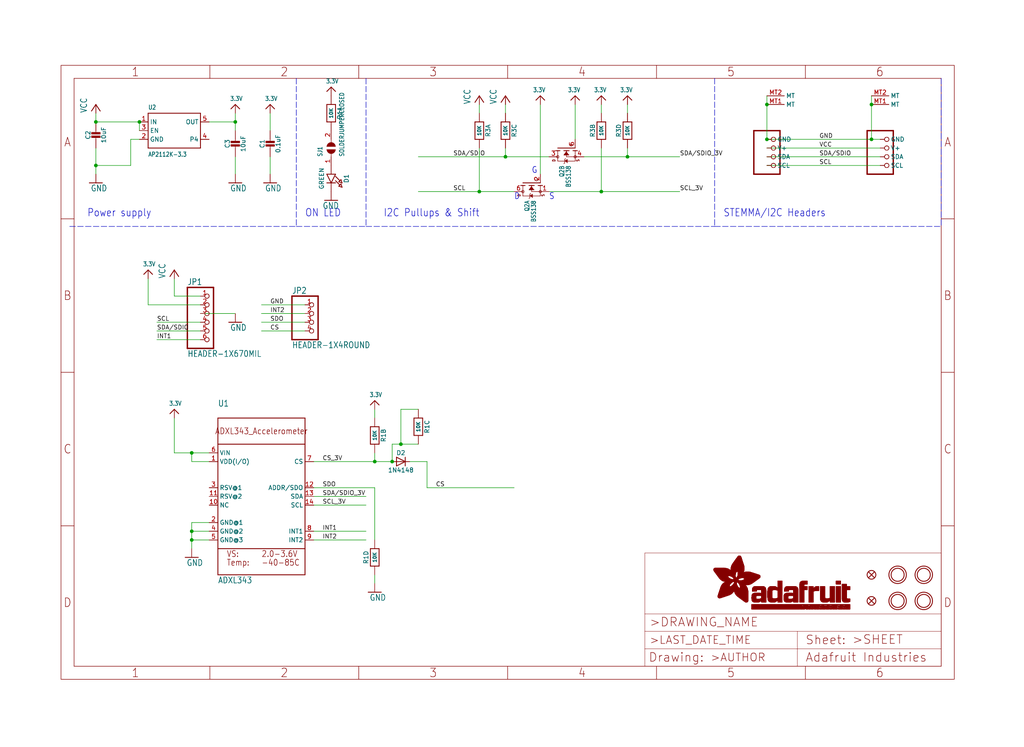
<source format=kicad_sch>
(kicad_sch (version 20211123) (generator eeschema)
  (paper "User" 298.45 217.881)
  (lib_symbols
    (symbol "schematicEagle-eagle-import:3.3V" (power)
      (property "Value" "3.3V" (at -1.524 1.016 0))
      (symbol "3.3V_1_0"
        (pin power_in line (at 0 -2.54 90) (length 2.54) (name "3.3V") (number "1"))
      )
    )
    (symbol "schematicEagle-eagle-import:ACCEL_ADXL343"
      (property "Reference" "U" (at -12.7 26.162 0))
      (property "Value" "ACCEL_ADXL343" (at -12.7 -25.4 0))
      (symbol "ACCEL_ADXL343_1_0"
        (text "-40-85C" (at 0 -20.32 0) (effects (font (size 1.778 1.5113)) (justify left bottom)))
        (text "2.0-3.6V" (at 0 -17.78 0) (effects (font (size 1.778 1.5113)) (justify left bottom)))
        (text "ADXL343_Accelerometer" (at 0 19.05 0) (effects (font (size 1.778 1.5113))))
        (text "Temp:" (at -10.16 -20.32 0) (effects (font (size 1.778 1.5113)) (justify left bottom)))
        (text "VS:" (at -10.16 -17.78 0) (effects (font (size 1.778 1.5113)) (justify left bottom)))
        (pin bidirectional line (at -15.24 10.16 0) (length 2.54) (name "VDD(I/O)") (number "1"))
        (pin bidirectional line (at -15.24 -2.54 0) (length 2.54) (name "NC") (number "10"))
        (pin bidirectional line (at -15.24 0 0) (length 2.54) (name "RSV@2") (number "11"))
        (pin bidirectional line (at 15.24 2.54 180) (length 2.54) (name "ADDR/SDO") (number "12"))
        (pin bidirectional line (at 15.24 0 180) (length 2.54) (name "SDA") (number "13"))
        (pin bidirectional line (at 15.24 -2.54 180) (length 2.54) (name "SCL") (number "14"))
        (pin bidirectional line (at -15.24 -7.62 0) (length 2.54) (name "GND@1") (number "2"))
        (pin bidirectional line (at -15.24 2.54 0) (length 2.54) (name "RSV@1") (number "3"))
        (pin bidirectional line (at -15.24 -10.16 0) (length 2.54) (name "GND@2") (number "4"))
        (pin bidirectional line (at -15.24 -12.7 0) (length 2.54) (name "GND@3") (number "5"))
        (pin bidirectional line (at -15.24 12.7 0) (length 2.54) (name "VIN") (number "6"))
        (pin bidirectional line (at 15.24 10.16 180) (length 2.54) (name "CS") (number "7"))
        (pin bidirectional line (at 15.24 -10.16 180) (length 2.54) (name "INT1") (number "8"))
        (pin bidirectional line (at 15.24 -12.7 180) (length 2.54) (name "INT2") (number "9"))
      )
    )
    (symbol "schematicEagle-eagle-import:CAP_CERAMIC0603_NO"
      (property "Reference" "C" (at -2.29 1.25 90))
      (property "Value" "CAP_CERAMIC0603_NO" (at 2.3 1.25 90))
      (symbol "CAP_CERAMIC0603_NO_1_0"
        (pin passive line (at 0 5.08 270) (length 2.54) (name "1") (number "1"))
        (pin passive line (at 0 -2.54 90) (length 2.54) (name "2") (number "2"))
      )
    )
    (symbol "schematicEagle-eagle-import:CAP_CERAMIC0805-NOOUTLINE"
      (property "Reference" "C" (at -2.29 1.25 90))
      (property "Value" "CAP_CERAMIC0805-NOOUTLINE" (at 2.3 1.25 90))
      (symbol "CAP_CERAMIC0805-NOOUTLINE_1_0"
        (pin passive line (at 0 5.08 270) (length 2.54) (name "1") (number "1"))
        (pin passive line (at 0 -2.54 90) (length 2.54) (name "2") (number "2"))
      )
    )
    (symbol "schematicEagle-eagle-import:CAP_CERAMIC_0805MP"
      (property "Reference" "C" (at -2.29 1.25 90))
      (property "Value" "CAP_CERAMIC_0805MP" (at 2.3 1.25 90))
      (symbol "CAP_CERAMIC_0805MP_1_0"
        (pin passive line (at 0 5.08 270) (length 2.54) (name "1") (number "1"))
        (pin passive line (at 0 -2.54 90) (length 2.54) (name "2") (number "2"))
      )
    )
    (symbol "schematicEagle-eagle-import:DIODESOD-323"
      (property "Reference" "D" (at 0 2.54 0))
      (property "Value" "DIODESOD-323" (at 0 -2.5 0))
      (symbol "DIODESOD-323_1_0"
        (pin passive line (at -2.54 0 0) (length 2.54) (name "A") (number "A"))
        (pin passive line (at 2.54 0 180) (length 2.54) (name "C") (number "C"))
      )
    )
    (symbol "schematicEagle-eagle-import:FIDUCIAL_1MM")
    (symbol "schematicEagle-eagle-import:FRAME_A4_ADAFRUIT"
      (symbol "FRAME_A4_ADAFRUIT_0_0"
        (text "1" (at 21.6958 1.905 0) (effects (font (size 2.54 2.286))))
        (text "1" (at 21.6958 177.165 0) (effects (font (size 2.54 2.286))))
        (text "2" (at 65.0875 1.905 0) (effects (font (size 2.54 2.286))))
        (text "2" (at 65.0875 177.165 0) (effects (font (size 2.54 2.286))))
        (text "3" (at 108.4792 1.905 0) (effects (font (size 2.54 2.286))))
        (text "3" (at 108.4792 177.165 0) (effects (font (size 2.54 2.286))))
        (text "4" (at 151.8708 1.905 0) (effects (font (size 2.54 2.286))))
        (text "4" (at 151.8708 177.165 0) (effects (font (size 2.54 2.286))))
        (text "5" (at 195.2625 1.905 0) (effects (font (size 2.54 2.286))))
        (text "5" (at 195.2625 177.165 0) (effects (font (size 2.54 2.286))))
        (text "6" (at 238.6542 1.905 0) (effects (font (size 2.54 2.286))))
        (text "6" (at 238.6542 177.165 0) (effects (font (size 2.54 2.286))))
        (text "A" (at 1.905 156.6863 0) (effects (font (size 2.54 2.286))))
        (text "A" (at 258.445 156.6863 0) (effects (font (size 2.54 2.286))))
        (text "B" (at 1.905 111.9188 0) (effects (font (size 2.54 2.286))))
        (text "B" (at 258.445 111.9188 0) (effects (font (size 2.54 2.286))))
        (text "C" (at 1.905 67.1513 0) (effects (font (size 2.54 2.286))))
        (text "C" (at 258.445 67.1513 0) (effects (font (size 2.54 2.286))))
        (text "D" (at 1.905 22.3838 0) (effects (font (size 2.54 2.286))))
        (text "D" (at 258.445 22.3838 0) (effects (font (size 2.54 2.286))))
      )
      (symbol "FRAME_A4_ADAFRUIT_1_0"
        (text ">AUTHOR" (at 189.23 5.08 0) (effects (font (size 2.286 2.286)) (justify left bottom)))
        (text ">DRAWING_NAME" (at 171.45 15.24 0) (effects (font (size 2.54 2.54)) (justify left bottom)))
        (text ">LAST_DATE_TIME" (at 171.45 10.16 0) (effects (font (size 2.286 2.286)) (justify left bottom)))
        (text ">SHEET" (at 230.505 10.16 0) (effects (font (size 2.54 2.54)) (justify left bottom)))
        (text "Adafruit Industries" (at 216.916 4.953 0) (effects (font (size 2.54 2.54)) (justify left bottom)))
        (text "Drawing:" (at 171.196 4.953 0) (effects (font (size 2.54 2.54)) (justify left bottom)))
        (text "Sheet:" (at 216.916 10.033 0) (effects (font (size 2.54 2.54)) (justify left bottom)))
      )
    )
    (symbol "schematicEagle-eagle-import:GND" (power)
      (property "Value" "GND" (at -2.54 -2.54 0))
      (symbol "GND_1_0"
        (pin power_in line (at 0 2.54 270) (length 2.54) (name "GND") (number "1"))
      )
    )
    (symbol "schematicEagle-eagle-import:HEADER-1X4ROUND"
      (property "Reference" "JP" (at -6.35 8.255 0))
      (property "Value" "HEADER-1X4ROUND" (at -6.35 -7.62 0))
      (symbol "HEADER-1X4ROUND_1_0"
        (pin passive inverted (at -2.54 5.08 0) (length 2.54) (name "1") (number "1"))
        (pin passive inverted (at -2.54 2.54 0) (length 2.54) (name "2") (number "2"))
        (pin passive inverted (at -2.54 0 0) (length 2.54) (name "3") (number "3"))
        (pin passive inverted (at -2.54 -2.54 0) (length 2.54) (name "4") (number "4"))
      )
    )
    (symbol "schematicEagle-eagle-import:HEADER-1X670MIL"
      (property "Reference" "JP" (at -6.35 10.795 0))
      (property "Value" "HEADER-1X670MIL" (at -6.35 -10.16 0))
      (symbol "HEADER-1X670MIL_1_0"
        (pin passive inverted (at -2.54 7.62 0) (length 2.54) (name "1") (number "1"))
        (pin passive inverted (at -2.54 5.08 0) (length 2.54) (name "2") (number "2"))
        (pin passive inverted (at -2.54 2.54 0) (length 2.54) (name "3") (number "3"))
        (pin passive inverted (at -2.54 0 0) (length 2.54) (name "4") (number "4"))
        (pin passive inverted (at -2.54 -2.54 0) (length 2.54) (name "5") (number "5"))
        (pin passive inverted (at -2.54 -5.08 0) (length 2.54) (name "6") (number "6"))
      )
    )
    (symbol "schematicEagle-eagle-import:LED0603_NOOUTLINE"
      (property "Reference" "D" (at -1.27 4.445 0))
      (property "Value" "LED0603_NOOUTLINE" (at -1.27 -2.794 0))
      (symbol "LED0603_NOOUTLINE_1_0"
        (pin passive line (at -5.08 0 0) (length 2.54) (name "A") (number "A"))
        (pin passive line (at 2.54 0 180) (length 2.54) (name "C") (number "C"))
      )
    )
    (symbol "schematicEagle-eagle-import:MOSFET-N_DUAL"
      (property "Reference" "Q" (at 5.08 0.635 0))
      (property "Value" "MOSFET-N_DUAL" (at 5.08 -1.27 0))
      (symbol "MOSFET-N_DUAL_1_0"
        (text "D" (at 3.175 3.175 0) (effects (font (size 0.8128 0.6908)) (justify left bottom)))
        (text "G" (at -1.27 -1.905 0) (effects (font (size 0.8128 0.6908)) (justify left bottom)))
        (text "S" (at 3.175 -3.81 0) (effects (font (size 0.8128 0.6908)) (justify left bottom)))
        (pin bidirectional line (at 2.54 -5.08 90) (length 2.54) (name "S") (number "1"))
        (pin bidirectional line (at -2.54 -2.54 0) (length 2.54) (name "G") (number "2"))
        (pin bidirectional line (at 2.54 5.08 270) (length 2.54) (name "D") (number "6"))
      )
      (symbol "MOSFET-N_DUAL_2_0"
        (text "D" (at 3.175 3.175 0) (effects (font (size 0.8128 0.6908)) (justify left bottom)))
        (text "G" (at -1.27 -1.905 0) (effects (font (size 0.8128 0.6908)) (justify left bottom)))
        (text "S" (at 3.175 -3.81 0) (effects (font (size 0.8128 0.6908)) (justify left bottom)))
        (pin bidirectional line (at 2.54 5.08 270) (length 2.54) (name "D") (number "3"))
        (pin bidirectional line (at 2.54 -5.08 90) (length 2.54) (name "S") (number "4"))
        (pin bidirectional line (at -2.54 -2.54 0) (length 2.54) (name "G") (number "5"))
      )
    )
    (symbol "schematicEagle-eagle-import:MOUNTINGHOLE2.5")
    (symbol "schematicEagle-eagle-import:RESISTOR_4PACK"
      (property "Reference" "R" (at 0 2.54 0))
      (property "Value" "RESISTOR_4PACK" (at 0 0 0))
      (symbol "RESISTOR_4PACK_1_0"
        (pin passive line (at -5.08 0 0) (length 2.54) (name "1") (number "1"))
        (pin passive line (at 5.08 0 180) (length 2.54) (name "2") (number "8"))
      )
      (symbol "RESISTOR_4PACK_2_0"
        (pin passive line (at -5.08 0 0) (length 2.54) (name "1") (number "2"))
        (pin passive line (at 5.08 0 180) (length 2.54) (name "2") (number "7"))
      )
      (symbol "RESISTOR_4PACK_3_0"
        (pin passive line (at -5.08 0 0) (length 2.54) (name "1") (number "3"))
        (pin passive line (at 5.08 0 180) (length 2.54) (name "2") (number "6"))
      )
      (symbol "RESISTOR_4PACK_4_0"
        (pin passive line (at -5.08 0 0) (length 2.54) (name "1") (number "4"))
        (pin passive line (at 5.08 0 180) (length 2.54) (name "2") (number "5"))
      )
    )
    (symbol "schematicEagle-eagle-import:SOLDERJUMPERCLOSED"
      (property "Reference" "SJ" (at -2.54 2.54 0))
      (property "Value" "SOLDERJUMPERCLOSED" (at -2.54 -3.81 0))
      (symbol "SOLDERJUMPERCLOSED_1_0"
        (pin passive line (at -5.08 0 0) (length 2.54) (name "1") (number "1"))
        (pin passive line (at 5.08 0 180) (length 2.54) (name "2") (number "2"))
      )
    )
    (symbol "schematicEagle-eagle-import:STEMMA_I2C_QT"
      (symbol "STEMMA_I2C_QT_1_0"
        (pin passive inverted (at 0 5.08 0) (length 2.54) (name "GND") (number "1"))
        (pin passive inverted (at 0 2.54 0) (length 2.54) (name "V+") (number "2"))
        (pin passive inverted (at 0 0 0) (length 2.54) (name "SDA") (number "3"))
        (pin passive inverted (at 0 -2.54 0) (length 2.54) (name "SCL") (number "4"))
      )
      (symbol "STEMMA_I2C_QT_2_0"
        (pin bidirectional line (at 0 0 0) (length 5.08) (name "MT") (number "MT1"))
      )
      (symbol "STEMMA_I2C_QT_3_0"
        (pin bidirectional line (at 0 0 0) (length 5.08) (name "MT") (number "MT2"))
      )
    )
    (symbol "schematicEagle-eagle-import:VCC" (power)
      (property "Value" "VCC" (at -2.54 -2.54 90))
      (symbol "VCC_1_0"
        (pin power_in line (at 0 -2.54 90) (length 2.54) (name "VCC") (number "1"))
      )
    )
    (symbol "schematicEagle-eagle-import:VREG_SOT23-5"
      (property "Reference" "U" (at -7.62 6.096 0))
      (property "Value" "VREG_SOT23-5" (at -7.62 -7.62 0))
      (symbol "VREG_SOT23-5_1_0"
        (pin power_in line (at -10.16 2.54 0) (length 2.54) (name "IN") (number "1"))
        (pin power_in line (at -10.16 -2.54 0) (length 2.54) (name "GND") (number "2"))
        (pin input line (at -10.16 0 0) (length 2.54) (name "EN") (number "3"))
        (pin bidirectional line (at 10.16 -2.54 180) (length 2.54) (name "P4") (number "4"))
        (pin power_in line (at 10.16 2.54 180) (length 2.54) (name "OUT") (number "5"))
      )
    )
  )
  (junction (at 40.64 35.56))
  (junction (at 147.32 45.72))
  (junction (at 175.26 55.88))
  (junction (at 114.3 134.62))
  (junction (at 116.84 129.54))
  (junction (at 223.52 40.64))
  (junction (at 68.58 35.56))
  (junction (at 254 40.64))
  (junction (at 55.88 132.08))
  (junction (at 139.7 55.88))
  (junction (at 55.88 157.48))
  (junction (at 254 30.48))
  (junction (at 27.94 35.56))
  (junction (at 223.52 30.48))
  (junction (at 109.22 134.62))
  (junction (at 182.88 45.72))
  (junction (at 55.88 154.94))
  (junction (at 27.94 48.26))
  (polyline (pts (xy 208.28 22.86) (xy 208.28 66.04)))
  (wire (pts (xy 60.96 35.56) (xy 68.58 35.56)))
  (wire (pts (xy 55.88 132.08) (xy 60.96 132.08)))
  (wire (pts (xy 55.88 152.4) (xy 55.88 154.94)))
  (wire (pts (xy 147.32 45.72) (xy 121.92 45.72)))
  (wire (pts (xy 182.88 33.02) (xy 182.88 30.48)))
  (polyline (pts (xy 20.32 66.04) (xy 86.36 66.04)))
  (wire (pts (xy 223.52 48.26) (xy 256.54 48.26)))
  (wire (pts (xy 182.88 43.18) (xy 182.88 45.72)))
  (wire (pts (xy 50.8 86.36) (xy 50.8 81.28)))
  (wire (pts (xy 114.3 129.54) (xy 116.84 129.54)))
  (wire (pts (xy 91.44 157.48) (xy 106.68 157.48)))
  (wire (pts (xy 58.42 91.44) (xy 68.58 91.44)))
  (polyline (pts (xy 106.68 22.86) (xy 106.68 66.04)))
  (wire (pts (xy 91.44 142.24) (xy 109.22 142.24)))
  (wire (pts (xy 78.74 45.72) (xy 78.74 50.8)))
  (wire (pts (xy 109.22 142.24) (xy 109.22 157.48)))
  (wire (pts (xy 254 30.48) (xy 254 40.64)))
  (wire (pts (xy 38.1 48.26) (xy 27.94 48.26)))
  (wire (pts (xy 147.32 43.18) (xy 147.32 45.72)))
  (wire (pts (xy 50.8 132.08) (xy 50.8 121.92)))
  (wire (pts (xy 139.7 30.48) (xy 139.7 33.02)))
  (wire (pts (xy 256.54 40.64) (xy 254 40.64)))
  (wire (pts (xy 149.86 55.88) (xy 139.7 55.88)))
  (wire (pts (xy 223.52 27.94) (xy 223.52 30.48)))
  (wire (pts (xy 160.02 45.72) (xy 147.32 45.72)))
  (wire (pts (xy 27.94 48.26) (xy 27.94 50.8)))
  (wire (pts (xy 58.42 96.52) (xy 45.72 96.52)))
  (wire (pts (xy 254 40.64) (xy 223.52 40.64)))
  (wire (pts (xy 167.64 40.64) (xy 167.64 30.48)))
  (wire (pts (xy 43.18 88.9) (xy 43.18 81.28)))
  (wire (pts (xy 50.8 132.08) (xy 55.88 132.08)))
  (wire (pts (xy 116.84 119.38) (xy 116.84 129.54)))
  (wire (pts (xy 254 27.94) (xy 254 30.48)))
  (wire (pts (xy 55.88 157.48) (xy 55.88 160.02)))
  (wire (pts (xy 175.26 33.02) (xy 175.26 30.48)))
  (wire (pts (xy 160.02 55.88) (xy 175.26 55.88)))
  (wire (pts (xy 91.44 144.78) (xy 106.68 144.78)))
  (wire (pts (xy 60.96 154.94) (xy 55.88 154.94)))
  (wire (pts (xy 68.58 35.56) (xy 68.58 38.1)))
  (polyline (pts (xy 274.32 22.86) (xy 274.32 66.04)))
  (wire (pts (xy 91.44 154.94) (xy 106.68 154.94)))
  (wire (pts (xy 109.22 134.62) (xy 109.22 132.08)))
  (wire (pts (xy 68.58 35.56) (xy 68.58 33.02)))
  (wire (pts (xy 109.22 167.64) (xy 109.22 170.18)))
  (wire (pts (xy 40.64 35.56) (xy 27.94 35.56)))
  (wire (pts (xy 27.94 48.26) (xy 27.94 43.18)))
  (wire (pts (xy 88.9 93.98) (xy 76.2 93.98)))
  (wire (pts (xy 170.18 45.72) (xy 182.88 45.72)))
  (wire (pts (xy 223.52 43.18) (xy 256.54 43.18)))
  (wire (pts (xy 175.26 43.18) (xy 175.26 55.88)))
  (wire (pts (xy 60.96 157.48) (xy 55.88 157.48)))
  (wire (pts (xy 58.42 99.06) (xy 45.72 99.06)))
  (wire (pts (xy 68.58 45.72) (xy 68.58 50.8)))
  (wire (pts (xy 114.3 134.62) (xy 114.3 129.54)))
  (wire (pts (xy 256.54 45.72) (xy 223.52 45.72)))
  (wire (pts (xy 109.22 134.62) (xy 114.3 134.62)))
  (wire (pts (xy 60.96 152.4) (xy 55.88 152.4)))
  (wire (pts (xy 40.64 40.64) (xy 38.1 40.64)))
  (wire (pts (xy 124.46 142.24) (xy 149.86 142.24)))
  (wire (pts (xy 88.9 88.9) (xy 76.2 88.9)))
  (wire (pts (xy 55.88 154.94) (xy 55.88 157.48)))
  (wire (pts (xy 124.46 134.62) (xy 119.38 134.62)))
  (wire (pts (xy 38.1 40.64) (xy 38.1 48.26)))
  (polyline (pts (xy 106.68 66.04) (xy 208.28 66.04)))
  (polyline (pts (xy 86.36 22.86) (xy 86.36 66.04)))
  (wire (pts (xy 175.26 55.88) (xy 198.12 55.88)))
  (wire (pts (xy 58.42 93.98) (xy 45.72 93.98)))
  (wire (pts (xy 109.22 119.38) (xy 109.22 121.92)))
  (wire (pts (xy 60.96 134.62) (xy 55.88 134.62)))
  (wire (pts (xy 76.2 91.44) (xy 88.9 91.44)))
  (polyline (pts (xy 208.28 66.04) (xy 274.32 66.04)))
  (wire (pts (xy 223.52 30.48) (xy 223.52 40.64)))
  (wire (pts (xy 78.74 33.02) (xy 78.74 38.1)))
  (wire (pts (xy 157.48 50.8) (xy 157.48 30.48)))
  (wire (pts (xy 40.64 38.1) (xy 40.64 35.56)))
  (wire (pts (xy 109.22 134.62) (xy 91.44 134.62)))
  (polyline (pts (xy 86.36 66.04) (xy 106.68 66.04)))
  (wire (pts (xy 182.88 45.72) (xy 198.12 45.72)))
  (wire (pts (xy 121.92 119.38) (xy 116.84 119.38)))
  (wire (pts (xy 58.42 88.9) (xy 43.18 88.9)))
  (wire (pts (xy 139.7 55.88) (xy 121.92 55.88)))
  (wire (pts (xy 116.84 129.54) (xy 121.92 129.54)))
  (wire (pts (xy 88.9 96.52) (xy 76.2 96.52)))
  (wire (pts (xy 124.46 134.62) (xy 124.46 142.24)))
  (wire (pts (xy 58.42 86.36) (xy 50.8 86.36)))
  (wire (pts (xy 27.94 33.02) (xy 27.94 35.56)))
  (wire (pts (xy 147.32 33.02) (xy 147.32 30.48)))
  (wire (pts (xy 91.44 147.32) (xy 106.68 147.32)))
  (wire (pts (xy 139.7 43.18) (xy 139.7 55.88)))
  (wire (pts (xy 55.88 134.62) (xy 55.88 132.08)))
  (text "STEMMA/I2C Headers" (at 210.82 63.5 180) (effects (font (size 2.1844 1.8567)) (justify left bottom)))
  (text "I2C Pullups & Shift" (at 111.76 63.5 180) (effects (font (size 2.1844 1.8567)) (justify left bottom)))
  (text "D" (at 149.86 58.42 180) (effects (font (size 1.778 1.5113)) (justify left bottom)))
  (text "S" (at 160.02 58.42 180) (effects (font (size 1.778 1.5113)) (justify left bottom)))
  (text "ON LED" (at 88.9 63.5 180) (effects (font (size 2.1844 1.8567)) (justify left bottom)))
  (text "Power supply" (at 25.4 63.5 180) (effects (font (size 2.1844 1.8567)) (justify left bottom)))
  (text "G" (at 154.94 50.8 180) (effects (font (size 1.778 1.5113)) (justify left bottom)))
  (label "INT2" (at 78.74 91.44 0) (effects (font (size 1.2446 1.2446))))
  (label "SDO" (at 78.74 93.98 0) (effects (font (size 1.2446 1.2446))))
  (label "SCL_3V" (at 198.12 55.88 0) (effects (font (size 1.2446 1.2446))))
  (label "INT1" (at 45.72 99.06 0) (effects (font (size 1.2446 1.2446))))
  (label "VCC" (at 238.76 43.18 0) (effects (font (size 1.2446 1.2446))))
  (label "INT1" (at 93.98 154.94 0) (effects (font (size 1.2446 1.2446))))
  (label "SCL" (at 45.72 93.98 0) (effects (font (size 1.2446 1.2446))))
  (label "SDO" (at 93.98 142.24 0) (effects (font (size 1.2446 1.2446))))
  (label "SDA/SDIO" (at 238.76 45.72 0) (effects (font (size 1.2446 1.2446))))
  (label "GND" (at 238.76 40.64 0) (effects (font (size 1.2446 1.2446))))
  (label "SDA/SDIO" (at 132.08 45.72 0) (effects (font (size 1.2446 1.2446))))
  (label "CS" (at 78.74 96.52 0) (effects (font (size 1.2446 1.2446))))
  (label "SDA/SDIO_3V" (at 198.12 45.72 0) (effects (font (size 1.2446 1.2446))))
  (label "GND" (at 78.74 88.9 0) (effects (font (size 1.2446 1.2446))))
  (label "CS_3V" (at 93.98 134.62 0) (effects (font (size 1.2446 1.2446))))
  (label "SCL" (at 238.76 48.26 0) (effects (font (size 1.2446 1.2446))))
  (label "SCL_3V" (at 93.98 147.32 0) (effects (font (size 1.2446 1.2446))))
  (label "SCL" (at 132.08 55.88 0) (effects (font (size 1.2446 1.2446))))
  (label "INT2" (at 93.98 157.48 0) (effects (font (size 1.2446 1.2446))))
  (label "SDA/SDIO" (at 45.72 96.52 0) (effects (font (size 1.2446 1.2446))))
  (label "SDA/SDIO_3V" (at 93.98 144.78 0) (effects (font (size 1.2446 1.2446))))
  (label "CS" (at 127 142.24 0) (effects (font (size 1.2446 1.2446))))
  (symbol (lib_id "schematicEagle-eagle-import:MOUNTINGHOLE2.5") (at 261.62 167.64 0) (unit 1)
    (property "Reference" "U$17" (effects hide))
    (property "Value" "MOUNTINGHOLE2.5" (effects hide))
    (property "Footprint" "schematicEagle:MOUNTINGHOLE_2.5_PLATED" (effects hide))
  )
  (symbol (lib_id "schematicEagle-eagle-import:3.3V") (at 43.18 78.74 0) (unit 1)
    (property "Reference" "#U$16" (effects hide))
    (property "Value" "3.3V" (at 41.656 77.724 0) (effects (font (size 1.27 1.0795)) (justify left bottom)))
    (property "Footprint" "schematicEagle:" (effects hide))
  )
  (symbol (lib_id "schematicEagle-eagle-import:VCC") (at 27.94 30.48 0) (unit 1)
    (property "Reference" "#P+3" (effects hide))
    (property "Value" "VCC" (at 25.4 33.02 90) (effects (font (size 1.778 1.5113)) (justify left bottom)))
    (property "Footprint" "schematicEagle:" (effects hide))
  )
  (symbol (lib_id "schematicEagle-eagle-import:RESISTOR_4PACK") (at 96.52 33.02 270) (unit 1)
    (property "Reference" "R1" (at 99.06 33.02 0))
    (property "Value" "10K" (at 96.52 33.02 0) (effects (font (size 1.016 1.016) bold)))
    (property "Footprint" "schematicEagle:RESPACK_4X0603" (effects hide))
  )
  (symbol (lib_id "schematicEagle-eagle-import:STEMMA_I2C_QT") (at 223.52 30.48 0) (unit 2)
    (property "Reference" "CONN3" (effects hide))
    (property "Value" "STEMMA_I2C_QT" (effects hide))
    (property "Footprint" "schematicEagle:JST_SH4" (effects hide))
  )
  (symbol (lib_id "schematicEagle-eagle-import:VCC") (at 50.8 78.74 0) (unit 1)
    (property "Reference" "#P+4" (effects hide))
    (property "Value" "VCC" (at 48.26 81.28 90) (effects (font (size 1.778 1.5113)) (justify left bottom)))
    (property "Footprint" "schematicEagle:" (effects hide))
  )
  (symbol (lib_id "schematicEagle-eagle-import:HEADER-1X4ROUND") (at 91.44 93.98 0) (unit 1)
    (property "Reference" "JP2" (at 85.09 85.725 0) (effects (font (size 1.778 1.5113)) (justify left bottom)))
    (property "Value" "HEADER-1X4ROUND" (at 85.09 101.6 0) (effects (font (size 1.778 1.5113)) (justify left bottom)))
    (property "Footprint" "schematicEagle:1X04_ROUND" (effects hide))
  )
  (symbol (lib_id "schematicEagle-eagle-import:HEADER-1X670MIL") (at 60.96 93.98 0) (unit 1)
    (property "Reference" "JP1" (at 54.61 83.185 0) (effects (font (size 1.778 1.5113)) (justify left bottom)))
    (property "Value" "HEADER-1X670MIL" (at 54.61 104.14 0) (effects (font (size 1.778 1.5113)) (justify left bottom)))
    (property "Footprint" "schematicEagle:1X06_ROUND_70" (effects hide))
  )
  (symbol (lib_id "schematicEagle-eagle-import:CAP_CERAMIC0603_NO") (at 78.74 43.18 0) (unit 1)
    (property "Reference" "C1" (at 76.45 41.93 90))
    (property "Value" "0.1uF" (at 81.04 41.93 90))
    (property "Footprint" "schematicEagle:0603-NO" (effects hide))
  )
  (symbol (lib_id "schematicEagle-eagle-import:MOSFET-N_DUAL") (at 165.1 43.18 90) (mirror x) (unit 2)
    (property "Reference" "Q2" (at 164.465 48.26 0) (effects (font (size 1.27 1.0795)) (justify left bottom)))
    (property "Value" "BSS138" (at 166.37 48.26 0) (effects (font (size 1.27 1.0795)) (justify left bottom)))
    (property "Footprint" "schematicEagle:SOT363" (effects hide))
  )
  (symbol (lib_id "schematicEagle-eagle-import:VCC") (at 139.7 27.94 0) (unit 1)
    (property "Reference" "#P+1" (effects hide))
    (property "Value" "VCC" (at 137.16 30.48 90) (effects (font (size 1.778 1.5113)) (justify left bottom)))
    (property "Footprint" "schematicEagle:" (effects hide))
  )
  (symbol (lib_id "schematicEagle-eagle-import:RESISTOR_4PACK") (at 109.22 162.56 90) (unit 4)
    (property "Reference" "R1" (at 106.68 162.56 0))
    (property "Value" "10K" (at 109.22 162.56 0) (effects (font (size 1.016 1.016) bold)))
    (property "Footprint" "schematicEagle:RESPACK_4X0603" (effects hide))
  )
  (symbol (lib_id "schematicEagle-eagle-import:VREG_SOT23-5") (at 50.8 38.1 0) (unit 1)
    (property "Reference" "U2" (at 43.18 32.004 0) (effects (font (size 1.27 1.0795)) (justify left bottom)))
    (property "Value" "AP2112K-3.3" (at 43.18 45.72 0) (effects (font (size 1.27 1.0795)) (justify left bottom)))
    (property "Footprint" "schematicEagle:SOT23-5" (effects hide))
  )
  (symbol (lib_id "schematicEagle-eagle-import:DIODESOD-323") (at 116.84 134.62 0) (unit 1)
    (property "Reference" "D2" (at 116.84 132.08 0))
    (property "Value" "1N4148" (at 116.84 137.12 0))
    (property "Footprint" "schematicEagle:SOD-323" (effects hide))
  )
  (symbol (lib_id "schematicEagle-eagle-import:GND") (at 78.74 53.34 0) (unit 1)
    (property "Reference" "#U$6" (effects hide))
    (property "Value" "GND" (at 77.216 55.88 0) (effects (font (size 1.778 1.5113)) (justify left bottom)))
    (property "Footprint" "schematicEagle:" (effects hide))
  )
  (symbol (lib_id "schematicEagle-eagle-import:RESISTOR_4PACK") (at 139.7 38.1 270) (unit 1)
    (property "Reference" "R3" (at 142.24 38.1 0))
    (property "Value" "10K" (at 139.7 38.1 0) (effects (font (size 1.016 1.016) bold)))
    (property "Footprint" "schematicEagle:RESPACK_4X0603" (effects hide))
  )
  (symbol (lib_id "schematicEagle-eagle-import:3.3V") (at 78.74 30.48 0) (unit 1)
    (property "Reference" "#U$14" (effects hide))
    (property "Value" "3.3V" (at 77.216 29.464 0) (effects (font (size 1.27 1.0795)) (justify left bottom)))
    (property "Footprint" "schematicEagle:" (effects hide))
  )
  (symbol (lib_id "schematicEagle-eagle-import:3.3V") (at 182.88 27.94 0) (mirror y) (unit 1)
    (property "Reference" "#U$7" (effects hide))
    (property "Value" "3.3V" (at 184.404 26.924 0) (effects (font (size 1.27 1.0795)) (justify left bottom)))
    (property "Footprint" "schematicEagle:" (effects hide))
  )
  (symbol (lib_id "schematicEagle-eagle-import:FRAME_A4_ADAFRUIT") (at 17.78 198.12 0) (unit 1)
    (property "Reference" "#U$18" (effects hide))
    (property "Value" "FRAME_A4_ADAFRUIT" (effects hide))
    (property "Footprint" "schematicEagle:" (effects hide))
  )
  (symbol (lib_id "schematicEagle-eagle-import:LED0603_NOOUTLINE") (at 96.52 53.34 270) (unit 1)
    (property "Reference" "D1" (at 100.965 52.07 0))
    (property "Value" "GREEN" (at 93.726 52.07 0))
    (property "Footprint" "schematicEagle:CHIPLED_0603_NOOUTLINE" (effects hide))
  )
  (symbol (lib_id "schematicEagle-eagle-import:STEMMA_I2C_QT") (at 254 27.94 0) (unit 3)
    (property "Reference" "CONN4" (effects hide))
    (property "Value" "STEMMA_I2C_QT" (effects hide))
    (property "Footprint" "schematicEagle:JST_SH4" (effects hide))
  )
  (symbol (lib_id "schematicEagle-eagle-import:MOSFET-N_DUAL") (at 154.94 53.34 90) (mirror x) (unit 1)
    (property "Reference" "Q2" (at 154.305 58.42 0) (effects (font (size 1.27 1.0795)) (justify left bottom)))
    (property "Value" "BSS138" (at 156.21 58.42 0) (effects (font (size 1.27 1.0795)) (justify left bottom)))
    (property "Footprint" "schematicEagle:SOT363" (effects hide))
  )
  (symbol (lib_id "schematicEagle-eagle-import:3.3V") (at 109.22 116.84 0) (unit 1)
    (property "Reference" "#U$12" (effects hide))
    (property "Value" "3.3V" (at 107.696 115.824 0) (effects (font (size 1.27 1.0795)) (justify left bottom)))
    (property "Footprint" "schematicEagle:" (effects hide))
  )
  (symbol (lib_id "schematicEagle-eagle-import:RESISTOR_4PACK") (at 121.92 124.46 270) (unit 3)
    (property "Reference" "R1" (at 124.46 124.46 0))
    (property "Value" "10K" (at 121.92 124.46 0) (effects (font (size 1.016 1.016) bold)))
    (property "Footprint" "schematicEagle:RESPACK_4X0603" (effects hide))
  )
  (symbol (lib_id "schematicEagle-eagle-import:CAP_CERAMIC0805-NOOUTLINE") (at 68.58 43.18 0) (unit 1)
    (property "Reference" "C3" (at 66.29 41.93 90))
    (property "Value" "10uF" (at 70.88 41.93 90))
    (property "Footprint" "schematicEagle:0805-NO" (effects hide))
  )
  (symbol (lib_id "schematicEagle-eagle-import:CAP_CERAMIC_0805MP") (at 27.94 40.64 0) (unit 1)
    (property "Reference" "C2" (at 25.65 39.39 90))
    (property "Value" "10uF" (at 30.24 39.39 90))
    (property "Footprint" "schematicEagle:_0805MP" (effects hide))
  )
  (symbol (lib_id "schematicEagle-eagle-import:RESISTOR_4PACK") (at 182.88 38.1 90) (mirror x) (unit 4)
    (property "Reference" "R3" (at 180.34 38.1 0))
    (property "Value" "10K" (at 182.88 38.1 0) (effects (font (size 1.016 1.016) bold)))
    (property "Footprint" "schematicEagle:RESPACK_4X0603" (effects hide))
  )
  (symbol (lib_id "schematicEagle-eagle-import:GND") (at 55.88 162.56 0) (unit 1)
    (property "Reference" "#U$2" (effects hide))
    (property "Value" "GND" (at 54.356 165.1 0) (effects (font (size 1.778 1.5113)) (justify left bottom)))
    (property "Footprint" "schematicEagle:" (effects hide))
  )
  (symbol (lib_id "schematicEagle-eagle-import:GND") (at 109.22 172.72 0) (unit 1)
    (property "Reference" "#U$8" (effects hide))
    (property "Value" "GND" (at 107.696 175.26 0) (effects (font (size 1.778 1.5113)) (justify left bottom)))
    (property "Footprint" "schematicEagle:" (effects hide))
  )
  (symbol (lib_id "schematicEagle-eagle-import:STEMMA_I2C_QT") (at 223.52 27.94 0) (unit 3)
    (property "Reference" "CONN3" (effects hide))
    (property "Value" "STEMMA_I2C_QT" (effects hide))
    (property "Footprint" "schematicEagle:JST_SH4" (effects hide))
  )
  (symbol (lib_id "schematicEagle-eagle-import:GND") (at 68.58 93.98 0) (unit 1)
    (property "Reference" "#U$10" (effects hide))
    (property "Value" "GND" (at 67.056 96.52 0) (effects (font (size 1.778 1.5113)) (justify left bottom)))
    (property "Footprint" "schematicEagle:" (effects hide))
  )
  (symbol (lib_id "schematicEagle-eagle-import:GND") (at 96.52 58.42 0) (unit 1)
    (property "Reference" "#GND6" (effects hide))
    (property "Value" "GND" (at 93.98 60.96 0) (effects (font (size 1.778 1.5113)) (justify left bottom)))
    (property "Footprint" "schematicEagle:" (effects hide))
  )
  (symbol (lib_id "schematicEagle-eagle-import:STEMMA_I2C_QT") (at 223.52 45.72 0) (unit 1)
    (property "Reference" "CONN3" (effects hide))
    (property "Value" "STEMMA_I2C_QT" (effects hide))
    (property "Footprint" "schematicEagle:JST_SH4" (effects hide))
  )
  (symbol (lib_id "schematicEagle-eagle-import:SOLDERJUMPERCLOSED") (at 96.52 43.18 90) (unit 1)
    (property "Reference" "SJ1" (at 93.98 45.72 0) (effects (font (size 1.27 1.0795)) (justify left bottom)))
    (property "Value" "SOLDERJUMPERCLOSED" (at 100.33 45.72 0) (effects (font (size 1.27 1.0795)) (justify left bottom)))
    (property "Footprint" "schematicEagle:SOLDERJUMPER_CLOSEDWIRE" (effects hide))
  )
  (symbol (lib_id "schematicEagle-eagle-import:STEMMA_I2C_QT") (at 254 30.48 0) (unit 2)
    (property "Reference" "CONN4" (effects hide))
    (property "Value" "STEMMA_I2C_QT" (effects hide))
    (property "Footprint" "schematicEagle:JST_SH4" (effects hide))
  )
  (symbol (lib_id "schematicEagle-eagle-import:3.3V") (at 96.52 25.4 0) (unit 1)
    (property "Reference" "#U$3" (effects hide))
    (property "Value" "3.3V" (at 94.996 24.384 0) (effects (font (size 1.27 1.0795)) (justify left bottom)))
    (property "Footprint" "schematicEagle:" (effects hide))
  )
  (symbol (lib_id "schematicEagle-eagle-import:3.3V") (at 167.64 27.94 0) (mirror y) (unit 1)
    (property "Reference" "#U$23" (effects hide))
    (property "Value" "3.3V" (at 169.164 26.924 0) (effects (font (size 1.27 1.0795)) (justify left bottom)))
    (property "Footprint" "schematicEagle:" (effects hide))
  )
  (symbol (lib_id "schematicEagle-eagle-import:GND") (at 27.94 53.34 0) (unit 1)
    (property "Reference" "#U$13" (effects hide))
    (property "Value" "GND" (at 26.416 55.88 0) (effects (font (size 1.778 1.5113)) (justify left bottom)))
    (property "Footprint" "schematicEagle:" (effects hide))
  )
  (symbol (lib_id "schematicEagle-eagle-import:RESISTOR_4PACK") (at 147.32 38.1 270) (unit 3)
    (property "Reference" "R3" (at 149.86 38.1 0))
    (property "Value" "10K" (at 147.32 38.1 0) (effects (font (size 1.016 1.016) bold)))
    (property "Footprint" "schematicEagle:RESPACK_4X0603" (effects hide))
  )
  (symbol (lib_id "schematicEagle-eagle-import:3.3V") (at 68.58 30.48 0) (unit 1)
    (property "Reference" "#U$15" (effects hide))
    (property "Value" "3.3V" (at 67.056 29.464 0) (effects (font (size 1.27 1.0795)) (justify left bottom)))
    (property "Footprint" "schematicEagle:" (effects hide))
  )
  (symbol (lib_id "schematicEagle-eagle-import:RESISTOR_4PACK") (at 109.22 127 270) (unit 2)
    (property "Reference" "R1" (at 111.76 127 0))
    (property "Value" "10K" (at 109.22 127 0) (effects (font (size 1.016 1.016) bold)))
    (property "Footprint" "schematicEagle:RESPACK_4X0603" (effects hide))
  )
  (symbol (lib_id "schematicEagle-eagle-import:MOUNTINGHOLE2.5") (at 269.24 175.26 0) (unit 1)
    (property "Reference" "U$21" (effects hide))
    (property "Value" "MOUNTINGHOLE2.5" (effects hide))
    (property "Footprint" "schematicEagle:MOUNTINGHOLE_2.5_PLATED" (effects hide))
  )
  (symbol (lib_id "schematicEagle-eagle-import:VCC") (at 147.32 27.94 0) (unit 1)
    (property "Reference" "#P+2" (effects hide))
    (property "Value" "VCC" (at 144.78 30.48 90) (effects (font (size 1.778 1.5113)) (justify left bottom)))
    (property "Footprint" "schematicEagle:" (effects hide))
  )
  (symbol (lib_id "schematicEagle-eagle-import:ACCEL_ADXL343") (at 76.2 144.78 0) (unit 1)
    (property "Reference" "U1" (at 63.5 118.618 0) (effects (font (size 1.778 1.5113)) (justify left bottom)))
    (property "Value" "ADXL343" (at 63.5 170.18 0) (effects (font (size 1.778 1.5113)) (justify left bottom)))
    (property "Footprint" "schematicEagle:LGA14" (effects hide))
  )
  (symbol (lib_id "schematicEagle-eagle-import:MOUNTINGHOLE2.5") (at 269.24 167.64 0) (unit 1)
    (property "Reference" "U$19" (effects hide))
    (property "Value" "MOUNTINGHOLE2.5" (effects hide))
    (property "Footprint" "schematicEagle:MOUNTINGHOLE_2.5_PLATED" (effects hide))
  )
  (symbol (lib_id "schematicEagle-eagle-import:MOUNTINGHOLE2.5") (at 261.62 175.26 0) (unit 1)
    (property "Reference" "U$1" (effects hide))
    (property "Value" "MOUNTINGHOLE2.5" (effects hide))
    (property "Footprint" "schematicEagle:MOUNTINGHOLE_2.5_PLATED" (effects hide))
  )
  (symbol (lib_id "schematicEagle-eagle-import:3.3V") (at 175.26 27.94 0) (mirror y) (unit 1)
    (property "Reference" "#U$24" (effects hide))
    (property "Value" "3.3V" (at 176.784 26.924 0) (effects (font (size 1.27 1.0795)) (justify left bottom)))
    (property "Footprint" "schematicEagle:" (effects hide))
  )
  (symbol (lib_id "schematicEagle-eagle-import:RESISTOR_4PACK") (at 175.26 38.1 90) (mirror x) (unit 2)
    (property "Reference" "R3" (at 172.72 38.1 0))
    (property "Value" "10K" (at 175.26 38.1 0) (effects (font (size 1.016 1.016) bold)))
    (property "Footprint" "schematicEagle:RESPACK_4X0603" (effects hide))
  )
  (symbol (lib_id "schematicEagle-eagle-import:FIDUCIAL_1MM") (at 254 175.26 0) (unit 1)
    (property "Reference" "FID3" (effects hide))
    (property "Value" "FIDUCIAL_1MM" (effects hide))
    (property "Footprint" "schematicEagle:FIDUCIAL_1MM" (effects hide))
  )
  (symbol (lib_id "schematicEagle-eagle-import:FIDUCIAL_1MM") (at 254 167.64 0) (unit 1)
    (property "Reference" "FID4" (effects hide))
    (property "Value" "FIDUCIAL_1MM" (effects hide))
    (property "Footprint" "schematicEagle:FIDUCIAL_1MM" (effects hide))
  )
  (symbol (lib_id "schematicEagle-eagle-import:3.3V") (at 50.8 119.38 0) (unit 1)
    (property "Reference" "#U$9" (effects hide))
    (property "Value" "3.3V" (at 49.276 118.364 0) (effects (font (size 1.27 1.0795)) (justify left bottom)))
    (property "Footprint" "schematicEagle:" (effects hide))
  )
  (symbol (lib_id "schematicEagle-eagle-import:3.3V") (at 157.48 27.94 0) (mirror y) (unit 1)
    (property "Reference" "#U$26" (effects hide))
    (property "Value" "3.3V" (at 159.004 26.924 0) (effects (font (size 1.27 1.0795)) (justify left bottom)))
    (property "Footprint" "schematicEagle:" (effects hide))
  )
  (symbol (lib_id "schematicEagle-eagle-import:STEMMA_I2C_QT") (at 256.54 45.72 0) (unit 1)
    (property "Reference" "CONN4" (effects hide))
    (property "Value" "STEMMA_I2C_QT" (effects hide))
    (property "Footprint" "schematicEagle:JST_SH4" (effects hide))
  )
  (symbol (lib_id "schematicEagle-eagle-import:GND") (at 68.58 53.34 0) (unit 1)
    (property "Reference" "#U$5" (effects hide))
    (property "Value" "GND" (at 67.056 55.88 0) (effects (font (size 1.778 1.5113)) (justify left bottom)))
    (property "Footprint" "schematicEagle:" (effects hide))
  )
)
</source>
